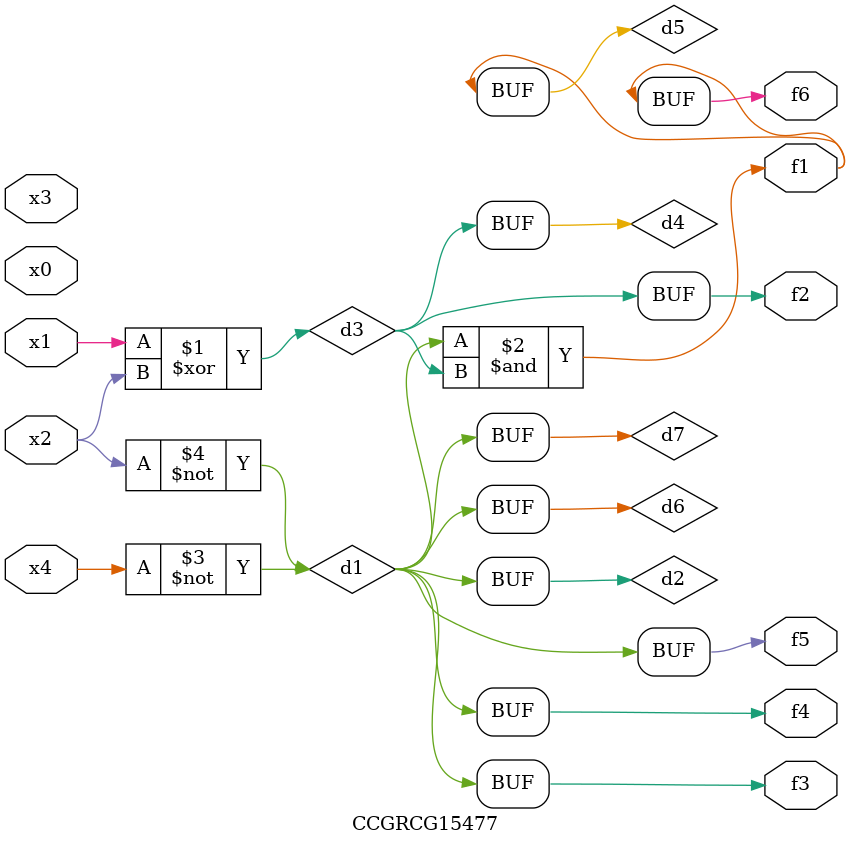
<source format=v>
module CCGRCG15477(
	input x0, x1, x2, x3, x4,
	output f1, f2, f3, f4, f5, f6
);

	wire d1, d2, d3, d4, d5, d6, d7;

	not (d1, x4);
	not (d2, x2);
	xor (d3, x1, x2);
	buf (d4, d3);
	and (d5, d1, d3);
	buf (d6, d1, d2);
	buf (d7, d2);
	assign f1 = d5;
	assign f2 = d4;
	assign f3 = d7;
	assign f4 = d7;
	assign f5 = d7;
	assign f6 = d5;
endmodule

</source>
